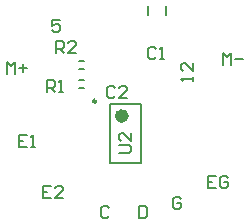
<source format=gto>
G04 Layer_Color=65535*
%FSLAX25Y25*%
%MOIN*%
G70*
G01*
G75*
%ADD20C,0.00984*%
%ADD21C,0.02362*%
%ADD22C,0.00787*%
%ADD23C,0.00600*%
D20*
X37756Y48346D02*
G03*
X37756Y48346I-492J0D01*
G01*
D21*
X47500Y43406D02*
G03*
X47500Y43406I-1181J0D01*
G01*
D22*
X42382Y27657D02*
Y47343D01*
X52618Y27657D02*
Y47343D01*
X42382D02*
X52618D01*
X42382Y27657D02*
X52618D01*
X32213Y52622D02*
X33787D01*
X32213Y55378D02*
X33787D01*
X32213Y59122D02*
X33787D01*
X32213Y61878D02*
X33787D01*
X60953Y76925D02*
Y80075D01*
X55047Y76925D02*
Y80075D01*
D23*
X25666Y75499D02*
X23000D01*
Y73499D01*
X24333Y74166D01*
X24999D01*
X25666Y73499D01*
Y72166D01*
X24999Y71500D01*
X23666D01*
X23000Y72166D01*
X70000Y55000D02*
Y56333D01*
Y55666D01*
X66001D01*
X66668Y55000D01*
X70000Y60998D02*
Y58332D01*
X67334Y60998D01*
X66668D01*
X66001Y60332D01*
Y58999D01*
X66668Y58332D01*
X57666Y65832D02*
X56999Y66499D01*
X55666D01*
X55000Y65832D01*
Y63166D01*
X55666Y62500D01*
X56999D01*
X57666Y63166D01*
X58999Y62500D02*
X60332D01*
X59665D01*
Y66499D01*
X58999Y65832D01*
X44166Y52832D02*
X43499Y53499D01*
X42166D01*
X41500Y52832D01*
Y50166D01*
X42166Y49500D01*
X43499D01*
X44166Y50166D01*
X48164Y49500D02*
X45499D01*
X48164Y52166D01*
Y52832D01*
X47498Y53499D01*
X46165D01*
X45499Y52832D01*
X42166Y12832D02*
X41499Y13499D01*
X40166D01*
X39500Y12832D01*
Y10166D01*
X40166Y9500D01*
X41499D01*
X42166Y10166D01*
X52000Y13499D02*
Y9500D01*
X53999D01*
X54666Y10166D01*
Y12832D01*
X53999Y13499D01*
X52000D01*
X14666Y36999D02*
X12000D01*
Y33000D01*
X14666D01*
X12000Y34999D02*
X13333D01*
X15999Y33000D02*
X17332D01*
X16665D01*
Y36999D01*
X15999Y36332D01*
X22666Y19999D02*
X20000D01*
Y16000D01*
X22666D01*
X20000Y17999D02*
X21333D01*
X26665Y16000D02*
X23999D01*
X26665Y18666D01*
Y19332D01*
X25998Y19999D01*
X24665D01*
X23999Y19332D01*
X77666Y23499D02*
X75000D01*
Y19500D01*
X77666D01*
X75000Y21499D02*
X76333D01*
X81665Y22832D02*
X80998Y23499D01*
X79665D01*
X78999Y22832D01*
Y20166D01*
X79665Y19500D01*
X80998D01*
X81665Y20166D01*
Y21499D01*
X80332D01*
X66166Y15832D02*
X65499Y16499D01*
X64166D01*
X63500Y15832D01*
Y13167D01*
X64166Y12500D01*
X65499D01*
X66166Y13167D01*
Y14499D01*
X64833D01*
X8000Y57500D02*
Y61499D01*
X9333Y60166D01*
X10666Y61499D01*
Y57500D01*
X11999Y59499D02*
X14664D01*
X13332Y60832D02*
Y58166D01*
X80000Y60500D02*
Y64499D01*
X81333Y63166D01*
X82666Y64499D01*
Y60500D01*
X83999Y62499D02*
X86664D01*
X21500Y51500D02*
Y55499D01*
X23499D01*
X24166Y54832D01*
Y53499D01*
X23499Y52833D01*
X21500D01*
X22833D02*
X24166Y51500D01*
X25499D02*
X26832D01*
X26165D01*
Y55499D01*
X25499Y54832D01*
X24500Y64500D02*
Y68499D01*
X26499D01*
X27166Y67832D01*
Y66499D01*
X26499Y65833D01*
X24500D01*
X25833D02*
X27166Y64500D01*
X31165D02*
X28499D01*
X31165Y67166D01*
Y67832D01*
X30498Y68499D01*
X29165D01*
X28499Y67832D01*
X45501Y31000D02*
X48834D01*
X49500Y31666D01*
Y32999D01*
X48834Y33666D01*
X45501D01*
X49500Y37664D02*
Y34999D01*
X46834Y37664D01*
X46168D01*
X45501Y36998D01*
Y35665D01*
X46168Y34999D01*
M02*

</source>
